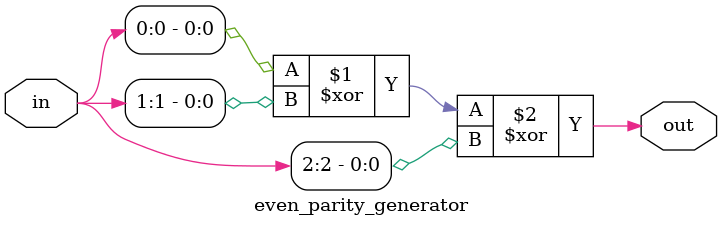
<source format=v>

module even_parity_generator(output  out,input [2:0]in);
  assign out = in[0]^in[1]^in[2];
endmodule

</source>
